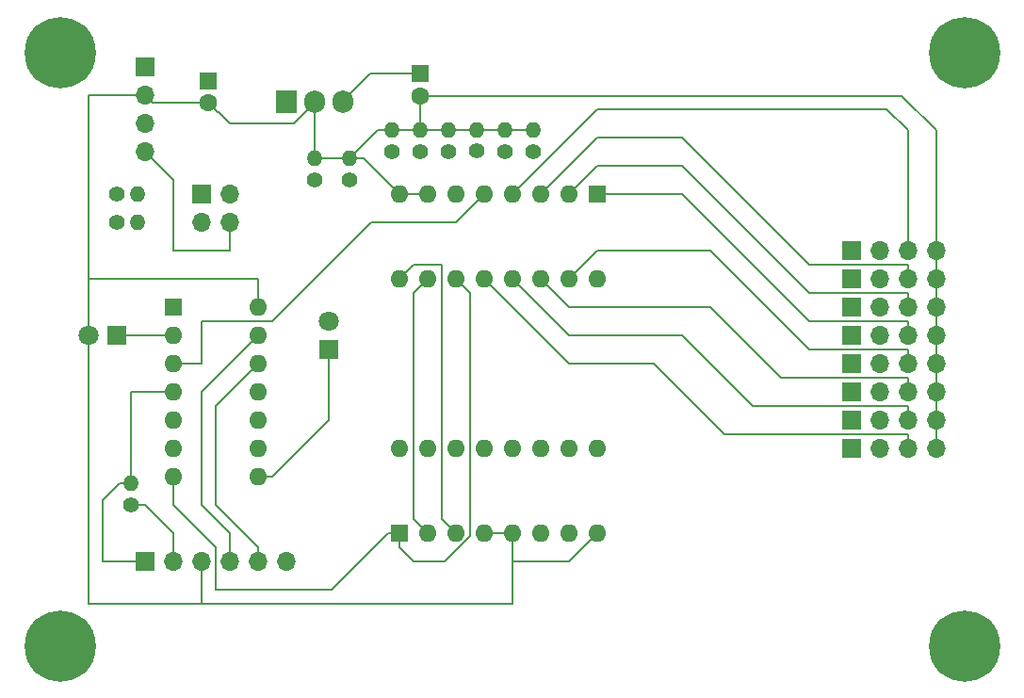
<source format=gbl>
G04 #@! TF.GenerationSoftware,KiCad,Pcbnew,(5.1.0-0)*
G04 #@! TF.CreationDate,2019-04-07T15:46:55-04:00*
G04 #@! TF.ProjectId,Sonocto,536f6e6f-6374-46f2-9e6b-696361645f70,rev?*
G04 #@! TF.SameCoordinates,Original*
G04 #@! TF.FileFunction,Copper,L2,Bot*
G04 #@! TF.FilePolarity,Positive*
%FSLAX46Y46*%
G04 Gerber Fmt 4.6, Leading zero omitted, Abs format (unit mm)*
G04 Created by KiCad (PCBNEW (5.1.0-0)) date 2019-04-07 15:46:55*
%MOMM*%
%LPD*%
G04 APERTURE LIST*
%ADD10C,6.400000*%
%ADD11O,1.700000X1.700000*%
%ADD12R,1.700000X1.700000*%
%ADD13O,1.400000X1.400000*%
%ADD14C,1.400000*%
%ADD15O,1.600000X1.600000*%
%ADD16R,1.600000X1.600000*%
%ADD17O,1.905000X2.000000*%
%ADD18R,1.905000X2.000000*%
%ADD19C,1.800000*%
%ADD20R,1.800000X1.800000*%
%ADD21C,1.600000*%
%ADD22C,0.152400*%
G04 APERTURE END LIST*
D10*
X180340000Y-116840000D03*
X99060000Y-116840000D03*
X99060000Y-63500000D03*
X180340000Y-63500000D03*
D11*
X114300000Y-78740000D03*
X111760000Y-78740000D03*
X114300000Y-76200000D03*
D12*
X111760000Y-76200000D03*
D13*
X121920000Y-73030000D03*
D14*
X121920000Y-74930000D03*
D13*
X125095000Y-73030000D03*
D14*
X125095000Y-74930000D03*
D13*
X128905000Y-70490000D03*
D14*
X128905000Y-72390000D03*
D13*
X131445000Y-70490000D03*
D14*
X131445000Y-72390000D03*
D13*
X141605000Y-70490000D03*
D14*
X141605000Y-72390000D03*
D13*
X139065000Y-70490000D03*
D14*
X139065000Y-72390000D03*
D13*
X136525000Y-70485000D03*
D14*
X136525000Y-72385000D03*
D13*
X133985000Y-70490000D03*
D14*
X133985000Y-72390000D03*
D13*
X105410000Y-102240000D03*
D14*
X105410000Y-104140000D03*
D13*
X106040000Y-76200000D03*
D14*
X104140000Y-76200000D03*
D13*
X106040000Y-78740000D03*
D14*
X104140000Y-78740000D03*
D15*
X129540000Y-99060000D03*
X147320000Y-106680000D03*
X132080000Y-99060000D03*
X144780000Y-106680000D03*
X134620000Y-99060000D03*
X142240000Y-106680000D03*
X137160000Y-99060000D03*
X139700000Y-106680000D03*
X139700000Y-99060000D03*
X137160000Y-106680000D03*
X142240000Y-99060000D03*
X134620000Y-106680000D03*
X144780000Y-99060000D03*
X132080000Y-106680000D03*
X147320000Y-99060000D03*
D16*
X129540000Y-106680000D03*
D15*
X147320000Y-83820000D03*
X129540000Y-76200000D03*
X144780000Y-83820000D03*
X132080000Y-76200000D03*
X142240000Y-83820000D03*
X134620000Y-76200000D03*
X139700000Y-83820000D03*
X137160000Y-76200000D03*
X137160000Y-83820000D03*
X139700000Y-76200000D03*
X134620000Y-83820000D03*
X142240000Y-76200000D03*
X132080000Y-83820000D03*
X144780000Y-76200000D03*
X129540000Y-83820000D03*
D16*
X147320000Y-76200000D03*
D15*
X116840000Y-86360000D03*
X109220000Y-101600000D03*
X116840000Y-88900000D03*
X109220000Y-99060000D03*
X116840000Y-91440000D03*
X109220000Y-96520000D03*
X116840000Y-93980000D03*
X109220000Y-93980000D03*
X116840000Y-96520000D03*
X109220000Y-91440000D03*
X116840000Y-99060000D03*
X109220000Y-88900000D03*
X116840000Y-101600000D03*
D16*
X109220000Y-86360000D03*
D17*
X124460000Y-67945000D03*
X121920000Y-67945000D03*
D18*
X119380000Y-67945000D03*
D11*
X119380000Y-109220000D03*
X116840000Y-109220000D03*
X114300000Y-109220000D03*
X111760000Y-109220000D03*
X109220000Y-109220000D03*
D12*
X106680000Y-109220000D03*
D11*
X177800000Y-99060000D03*
X175260000Y-99060000D03*
X172720000Y-99060000D03*
D12*
X170180000Y-99060000D03*
D11*
X177800000Y-96520000D03*
X175260000Y-96520000D03*
X172720000Y-96520000D03*
D12*
X170180000Y-96520000D03*
D11*
X177800000Y-93980000D03*
X175260000Y-93980000D03*
X172720000Y-93980000D03*
D12*
X170180000Y-93980000D03*
D11*
X177800000Y-91440000D03*
X175260000Y-91440000D03*
X172720000Y-91440000D03*
D12*
X170180000Y-91440000D03*
D11*
X177800000Y-88900000D03*
X175260000Y-88900000D03*
X172720000Y-88900000D03*
D12*
X170180000Y-88900000D03*
D11*
X177800000Y-86360000D03*
X175260000Y-86360000D03*
X172720000Y-86360000D03*
D12*
X170180000Y-86360000D03*
D11*
X177800000Y-83820000D03*
X175260000Y-83820000D03*
X172720000Y-83820000D03*
D12*
X170180000Y-83820000D03*
D11*
X177800000Y-81280000D03*
X175260000Y-81280000D03*
X172720000Y-81280000D03*
D12*
X170180000Y-81280000D03*
D11*
X106680000Y-72390000D03*
X106680000Y-69850000D03*
X106680000Y-67310000D03*
D12*
X106680000Y-64770000D03*
D19*
X101600000Y-88900000D03*
D20*
X104140000Y-88900000D03*
D19*
X123190000Y-87630000D03*
D20*
X123190000Y-90170000D03*
D21*
X131445000Y-67405000D03*
D16*
X131445000Y-65405000D03*
D21*
X112395000Y-68040000D03*
D16*
X112395000Y-66040000D03*
D22*
X177800000Y-93980000D02*
X177800000Y-99060000D01*
X147320000Y-106680000D02*
X144780000Y-109220000D01*
X144780000Y-109220000D02*
X139700000Y-109220000D01*
X139700000Y-109220000D02*
X139700000Y-106680000D01*
X137160000Y-106680000D02*
X139700000Y-106680000D01*
X111760000Y-109220000D02*
X111760000Y-113030000D01*
X111760000Y-113030000D02*
X139700000Y-113030000D01*
X139700000Y-113030000D02*
X139700000Y-109220000D01*
X116840000Y-86360000D02*
X116840000Y-83820000D01*
X141605000Y-70490000D02*
X139065000Y-70490000D01*
X136530000Y-70490000D02*
X136525000Y-70485000D01*
X139065000Y-70490000D02*
X136530000Y-70490000D01*
X133990000Y-70485000D02*
X133985000Y-70490000D01*
X136525000Y-70485000D02*
X133990000Y-70485000D01*
X133985000Y-70490000D02*
X131445000Y-70490000D01*
X131445000Y-70490000D02*
X128905000Y-70490000D01*
X132080000Y-76200000D02*
X129540000Y-76200000D01*
X121920000Y-73030000D02*
X125095000Y-73030000D01*
X126370000Y-73030000D02*
X129540000Y-76200000D01*
X125095000Y-73030000D02*
X126370000Y-73030000D01*
X127635000Y-70490000D02*
X125095000Y-73030000D01*
X128905000Y-70490000D02*
X127635000Y-70490000D01*
X101600000Y-113030000D02*
X101600000Y-88900000D01*
X111760000Y-113030000D02*
X101600000Y-113030000D01*
X116840000Y-83820000D02*
X101600000Y-83820000D01*
X101600000Y-83820000D02*
X101600000Y-88900000D01*
X101600000Y-83820000D02*
X101600000Y-67310000D01*
X101600000Y-67310000D02*
X106680000Y-67310000D01*
X131445000Y-67405000D02*
X131445000Y-70490000D01*
X121920000Y-67945000D02*
X121920000Y-73030000D01*
X113194999Y-68839999D02*
X113289999Y-68839999D01*
X112395000Y-68040000D02*
X113194999Y-68839999D01*
X113289999Y-68839999D02*
X114300000Y-69850000D01*
X121920000Y-67992500D02*
X121920000Y-67945000D01*
X120062500Y-69850000D02*
X121920000Y-67992500D01*
X114300000Y-69850000D02*
X120062500Y-69850000D01*
X107410000Y-68040000D02*
X106680000Y-67310000D01*
X112395000Y-68040000D02*
X107410000Y-68040000D01*
X177800000Y-88900000D02*
X177800000Y-91440000D01*
X177800000Y-91440000D02*
X177800000Y-93980000D01*
X177800000Y-86360000D02*
X177800000Y-88900000D01*
X177800000Y-83820000D02*
X177800000Y-86360000D01*
X177800000Y-70485000D02*
X177800000Y-81280000D01*
X174720000Y-67405000D02*
X177800000Y-70485000D01*
X131445000Y-67405000D02*
X174720000Y-67405000D01*
X177800000Y-81280000D02*
X177800000Y-83820000D01*
X105410000Y-104140000D02*
X106680000Y-104140000D01*
X106680000Y-104140000D02*
X109220000Y-106680000D01*
X109220000Y-106680000D02*
X109220000Y-109220000D01*
X124460000Y-67897500D02*
X126952500Y-65405000D01*
X124460000Y-67945000D02*
X124460000Y-67897500D01*
X126952500Y-65405000D02*
X131445000Y-65405000D01*
X116840000Y-101600000D02*
X118110000Y-101600000D01*
X123190000Y-96520000D02*
X123190000Y-90170000D01*
X118110000Y-101600000D02*
X123190000Y-96520000D01*
X109220000Y-88900000D02*
X104140000Y-88900000D01*
X106680000Y-72390000D02*
X109220000Y-74930000D01*
X109220000Y-74930000D02*
X109220000Y-81280000D01*
X109220000Y-81280000D02*
X114300000Y-81280000D01*
X114300000Y-81280000D02*
X114300000Y-78740000D01*
X175260000Y-70485000D02*
X175260000Y-81280000D01*
X173355000Y-68580000D02*
X175260000Y-70485000D01*
X147320000Y-68580000D02*
X173355000Y-68580000D01*
X139700000Y-76200000D02*
X147320000Y-68580000D01*
X142240000Y-76200000D02*
X147320000Y-71120000D01*
X175260000Y-83820000D02*
X175260000Y-82550000D01*
X175260000Y-82550000D02*
X166370000Y-82550000D01*
X166370000Y-82550000D02*
X154940000Y-71120000D01*
X147320000Y-71120000D02*
X154940000Y-71120000D01*
X147320000Y-73660000D02*
X144780000Y-76200000D01*
X175260000Y-86360000D02*
X175260000Y-85090000D01*
X175260000Y-85090000D02*
X166370000Y-85090000D01*
X166370000Y-85090000D02*
X154940000Y-73660000D01*
X147320000Y-73660000D02*
X154940000Y-73660000D01*
X175260000Y-88900000D02*
X175260000Y-87630000D01*
X175260000Y-87630000D02*
X166370000Y-87630000D01*
X166370000Y-87630000D02*
X154940000Y-76200000D01*
X154940000Y-76200000D02*
X147320000Y-76200000D01*
X147320000Y-81280000D02*
X144780000Y-83820000D01*
X157480000Y-81280000D02*
X147320000Y-81280000D01*
X175260000Y-90237919D02*
X175192081Y-90170000D01*
X175260000Y-91440000D02*
X175260000Y-90237919D01*
X166370000Y-90170000D02*
X157480000Y-81280000D01*
X175192081Y-90170000D02*
X166370000Y-90170000D01*
X157480000Y-86360000D02*
X144780000Y-86360000D01*
X144780000Y-86360000D02*
X142240000Y-83820000D01*
X175260000Y-92777919D02*
X175192081Y-92710000D01*
X175260000Y-93980000D02*
X175260000Y-92777919D01*
X175192081Y-92710000D02*
X163830000Y-92710000D01*
X163830000Y-92710000D02*
X157480000Y-86360000D01*
X154940000Y-88900000D02*
X144780000Y-88900000D01*
X139700000Y-83820000D02*
X144780000Y-88900000D01*
X175260000Y-96520000D02*
X175260000Y-95250000D01*
X175260000Y-95250000D02*
X161290000Y-95250000D01*
X161290000Y-95250000D02*
X154940000Y-88900000D01*
X144780000Y-91440000D02*
X137160000Y-83820000D01*
X152400000Y-91440000D02*
X144780000Y-91440000D01*
X175260000Y-99060000D02*
X175260000Y-97790000D01*
X158750000Y-97790000D02*
X152400000Y-91440000D01*
X175260000Y-97790000D02*
X158750000Y-97790000D01*
X116840000Y-91440000D02*
X113030000Y-95250000D01*
X113030000Y-95250000D02*
X113030000Y-104140000D01*
X113030000Y-104140000D02*
X116840000Y-107950000D01*
X116840000Y-107950000D02*
X116840000Y-109220000D01*
X116840000Y-88900000D02*
X114300000Y-91440000D01*
X114300000Y-91440000D02*
X113030000Y-92710000D01*
X114300000Y-109220000D02*
X114300000Y-106680000D01*
X114300000Y-106680000D02*
X111760000Y-104140000D01*
X111760000Y-104140000D02*
X111760000Y-93980000D01*
X111760000Y-93980000D02*
X113030000Y-92710000D01*
X109220000Y-93980000D02*
X105410000Y-93980000D01*
X105410000Y-93980000D02*
X105410000Y-102240000D01*
X104420051Y-102240000D02*
X102870000Y-103790051D01*
X105410000Y-102240000D02*
X104420051Y-102240000D01*
X102870000Y-103790051D02*
X102870000Y-109220000D01*
X102870000Y-109220000D02*
X106680000Y-109220000D01*
X129540000Y-107950000D02*
X130810000Y-109220000D01*
X133602330Y-109220000D02*
X135890000Y-106932330D01*
X130810000Y-109220000D02*
X133602330Y-109220000D01*
X135890000Y-85090000D02*
X134620000Y-83820000D01*
X135890000Y-106932330D02*
X135890000Y-85090000D01*
X129540000Y-106680000D02*
X129540000Y-107950000D01*
X109220000Y-104140000D02*
X109220000Y-101600000D01*
X113030000Y-111760000D02*
X113030000Y-107950000D01*
X128587600Y-106680000D02*
X123507600Y-111760000D01*
X129540000Y-106680000D02*
X128587600Y-106680000D01*
X113030000Y-107950000D02*
X109220000Y-104140000D01*
X123507600Y-111760000D02*
X113030000Y-111760000D01*
X130810000Y-105410000D02*
X132080000Y-106680000D01*
X130810000Y-85090000D02*
X130810000Y-105410000D01*
X132080000Y-83820000D02*
X130810000Y-85090000D01*
X129540000Y-83820000D02*
X130810000Y-82550000D01*
X130810000Y-82550000D02*
X133350000Y-82550000D01*
X133350000Y-105410000D02*
X134620000Y-106680000D01*
X133350000Y-82550000D02*
X133350000Y-105410000D01*
X118110000Y-87630000D02*
X111760000Y-87630000D01*
X127000000Y-78740000D02*
X118110000Y-87630000D01*
X134620000Y-78740000D02*
X127000000Y-78740000D01*
X111760000Y-91440000D02*
X109220000Y-91440000D01*
X111760000Y-87630000D02*
X111760000Y-91440000D01*
X137160000Y-76200000D02*
X134620000Y-78740000D01*
M02*

</source>
